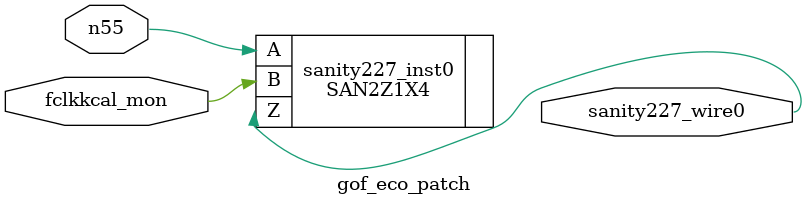
<source format=v>
module gof_eco_patch(fclkkcal_mon ,n55 , sanity227_wire0 );
 input [41:41] fclkkcal_mon ;
 input n55 ;
 output sanity227_wire0 ; 
 SAN2Z1X4 sanity227_inst0(.Z(sanity227_wire0),.B(fclkkcal_mon[41]),.A(n55));
endmodule


</source>
